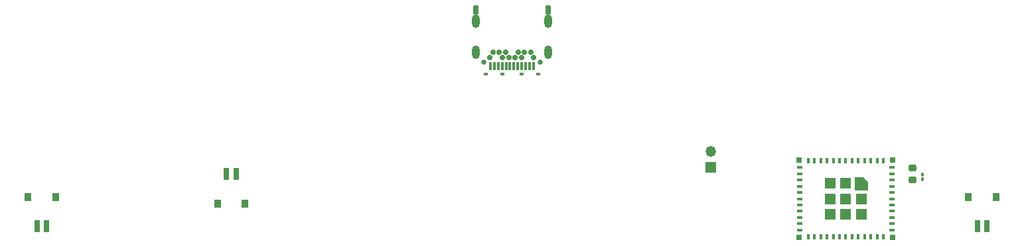
<source format=gbr>
G04 #@! TF.GenerationSoftware,KiCad,Pcbnew,7.0.6*
G04 #@! TF.CreationDate,2023-08-31T16:45:56-07:00*
G04 #@! TF.ProjectId,sgpp_main_pcb,73677070-5f6d-4616-996e-5f7063622e6b,1*
G04 #@! TF.SameCoordinates,Original*
G04 #@! TF.FileFunction,Soldermask,Bot*
G04 #@! TF.FilePolarity,Negative*
%FSLAX46Y46*%
G04 Gerber Fmt 4.6, Leading zero omitted, Abs format (unit mm)*
G04 Created by KiCad (PCBNEW 7.0.6) date 2023-08-31 16:45:56*
%MOMM*%
%LPD*%
G01*
G04 APERTURE LIST*
G04 Aperture macros list*
%AMRoundRect*
0 Rectangle with rounded corners*
0 $1 Rounding radius*
0 $2 $3 $4 $5 $6 $7 $8 $9 X,Y pos of 4 corners*
0 Add a 4 corners polygon primitive as box body*
4,1,4,$2,$3,$4,$5,$6,$7,$8,$9,$2,$3,0*
0 Add four circle primitives for the rounded corners*
1,1,$1+$1,$2,$3*
1,1,$1+$1,$4,$5*
1,1,$1+$1,$6,$7*
1,1,$1+$1,$8,$9*
0 Add four rect primitives between the rounded corners*
20,1,$1+$1,$2,$3,$4,$5,0*
20,1,$1+$1,$4,$5,$6,$7,0*
20,1,$1+$1,$6,$7,$8,$9,0*
20,1,$1+$1,$8,$9,$2,$3,0*%
G04 Aperture macros list end*
%ADD10C,0.010000*%
%ADD11C,0.650000*%
%ADD12RoundRect,0.050000X-0.150000X-0.450000X0.150000X-0.450000X0.150000X0.450000X-0.150000X0.450000X0*%
%ADD13C,0.700000*%
%ADD14O,1.003200X1.753200*%
%ADD15RoundRect,0.050000X-0.250000X-0.525000X0.250000X-0.525000X0.250000X0.525000X-0.250000X0.525000X0*%
%ADD16RoundRect,0.050000X-0.235000X-0.150000X0.235000X-0.150000X0.235000X0.150000X-0.235000X0.150000X0*%
%ADD17R,1.350000X1.350000*%
%ADD18O,1.350000X1.350000*%
%ADD19R,0.800000X0.400000*%
%ADD20R,0.400000X0.800000*%
%ADD21R,1.450000X1.450000*%
%ADD22R,0.700000X0.700000*%
%ADD23R,0.700000X1.500000*%
%ADD24R,0.850000X1.000000*%
%ADD25RoundRect,0.225000X0.250000X-0.225000X0.250000X0.225000X-0.250000X0.225000X-0.250000X-0.225000X0*%
%ADD26RoundRect,0.100000X-0.100000X0.130000X-0.100000X-0.130000X0.100000X-0.130000X0.100000X0.130000X0*%
G04 APERTURE END LIST*
D10*
X195371327Y-99168114D02*
X195371327Y-100218114D01*
X193721327Y-100218114D01*
X193721327Y-98568114D01*
X194771327Y-98568114D01*
X195371327Y-99168114D01*
G36*
X195371327Y-99168114D02*
G01*
X195371327Y-100218114D01*
X193721327Y-100218114D01*
X193721327Y-98568114D01*
X194771327Y-98568114D01*
X195371327Y-99168114D01*
G37*
D11*
X146400000Y-83842425D03*
X153600000Y-83842425D03*
D12*
X147250000Y-84392425D03*
X147750000Y-84392425D03*
X148250000Y-84392425D03*
X148750000Y-84392425D03*
X149250000Y-84392425D03*
X149750000Y-84392425D03*
X150250000Y-84392425D03*
X150750000Y-84392425D03*
X151250000Y-84392425D03*
X151750000Y-84392425D03*
X152250000Y-84392425D03*
X152750000Y-84392425D03*
D13*
X152800000Y-83302425D03*
X152400000Y-82592425D03*
X151600000Y-82592425D03*
X151200000Y-83302425D03*
X150800000Y-82592425D03*
X150400000Y-83302425D03*
X149600000Y-83302425D03*
X149200000Y-82592425D03*
X148800000Y-83302425D03*
X148400000Y-82592425D03*
X147600000Y-82592425D03*
X147200000Y-83302425D03*
D14*
X145400000Y-82592425D03*
X145400000Y-78592425D03*
D15*
X145400000Y-77172425D03*
D16*
X146630000Y-85392425D03*
X148750000Y-85392425D03*
X151250000Y-85392425D03*
X153370000Y-85392425D03*
D14*
X154600000Y-82592425D03*
X154600000Y-78592425D03*
D15*
X154600000Y-77172425D03*
D17*
X175361600Y-97300800D03*
D18*
X175361600Y-95300800D03*
D19*
X198496327Y-97343114D03*
X198496327Y-98143114D03*
X198496327Y-98943114D03*
X198496327Y-99743114D03*
X198496327Y-100543114D03*
X198496327Y-101343114D03*
X198496327Y-102143114D03*
X198496327Y-102943114D03*
X198496327Y-103743114D03*
X198496327Y-104543114D03*
X198496327Y-105343114D03*
D20*
X197396327Y-106243114D03*
X196596327Y-106243114D03*
X195796327Y-106243114D03*
X194996327Y-106243114D03*
X194196327Y-106243114D03*
X193396327Y-106243114D03*
X192596327Y-106243114D03*
X191796327Y-106243114D03*
X190996327Y-106243114D03*
X190196327Y-106243114D03*
X189396327Y-106243114D03*
X188596327Y-106243114D03*
X187796327Y-106243114D03*
D19*
X186696327Y-105343114D03*
X186696327Y-104543114D03*
X186696327Y-103743114D03*
X186696327Y-102943114D03*
X186696327Y-102143114D03*
X186696327Y-101343114D03*
X186696327Y-100543114D03*
X186696327Y-99743114D03*
X186696327Y-98943114D03*
X186696327Y-98143114D03*
X186696327Y-97343114D03*
D20*
X187796327Y-96443114D03*
X188596327Y-96443114D03*
X189396327Y-96443114D03*
X190196327Y-96443114D03*
X190996327Y-96443114D03*
X191796327Y-96443114D03*
X192596327Y-96443114D03*
X193396327Y-96443114D03*
X194196327Y-96443114D03*
X194996327Y-96443114D03*
X195796327Y-96443114D03*
X196596327Y-96443114D03*
X197396327Y-96443114D03*
D21*
X192596327Y-101343114D03*
D22*
X186646327Y-96393114D03*
X186646327Y-106293114D03*
X198546327Y-106293114D03*
X198546327Y-96393114D03*
D21*
X194546327Y-101343114D03*
X194546327Y-103293114D03*
X192596327Y-103293114D03*
X190646327Y-103293114D03*
X190646327Y-101343114D03*
X190646327Y-99393114D03*
X192596327Y-99393114D03*
D23*
X89400000Y-104875000D03*
X90600000Y-104875000D03*
D24*
X88225000Y-101125000D03*
X91775000Y-101125000D03*
D23*
X114796891Y-98185912D03*
X113596891Y-98185912D03*
D24*
X115971891Y-101935912D03*
X112421891Y-101935912D03*
D23*
X209400000Y-104875000D03*
X210600000Y-104875000D03*
D24*
X208225000Y-101125000D03*
X211775000Y-101125000D03*
D25*
X201103331Y-98926450D03*
X201103331Y-97376450D03*
D26*
X202373331Y-98232000D03*
X202373331Y-98872000D03*
M02*

</source>
